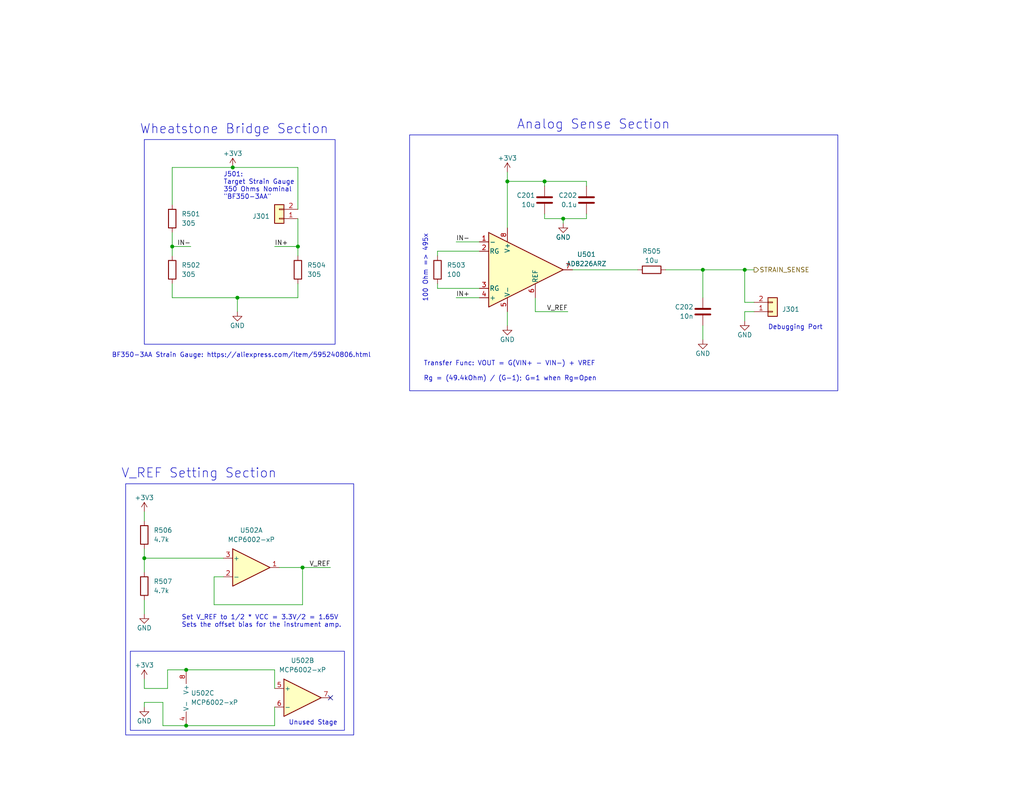
<source format=kicad_sch>
(kicad_sch (version 20230121) (generator eeschema)
  (paper "USLetter")
  (title_block (date "2024-01-01") (rev "Rev1"))
  (lib_symbols
    (symbol "Amplifier_Operational:MCP6002-xP" (pin_names (offset 0.127))
      (property "Reference" "U" (at 0 5.08 0))
      (property "Value" "MCP6002-xP" (at 0 -5.08 0))
      (symbol "MCP6002-xP_1_1"
        (polyline (pts (xy -5.08 5.08) (xy 5.08 0) (xy -5.08 -5.08) (xy -5.08 5.08)) (stroke (width 0.254)) (fill (type background)))
        (pin output line (at 7.62 0 180) (length 2.54) (name "~") (number "1"))
        (pin input line (at -7.62 -2.54 0) (length 2.54) (name "-") (number "2"))
        (pin input line (at -7.62 2.54 0) (length 2.54) (name "+") (number "3"))
      )
      (symbol "MCP6002-xP_2_1"
        (polyline (pts (xy -5.08 5.08) (xy 5.08 0) (xy -5.08 -5.08) (xy -5.08 5.08)) (stroke (width 0.254)) (fill (type background)))
        (pin input line (at -7.62 2.54 0) (length 2.54) (name "+") (number "5"))
        (pin input line (at -7.62 -2.54 0) (length 2.54) (name "-") (number "6"))
        (pin output line (at 7.62 0 180) (length 2.54) (name "~") (number "7"))
      )
      (symbol "MCP6002-xP_3_1"
        (pin power_in line (at -2.54 -7.62 90) (length 3.81) (name "V-") (number "4"))
        (pin power_in line (at -2.54 7.62 270) (length 3.81) (name "V+") (number "8"))
      )
    )
    (symbol "Connector_Generic:Conn_01x02" (pin_names (offset 1.016) hide)
      (property "Reference" "J" (at 0 2.54 0))
      (property "Value" "Conn_01x02" (at 0 -5.08 0))
      (symbol "Conn_01x02_1_1"
        (rectangle (start -1.27 -2.413) (end 0 -2.667) (stroke (width 0.1524)))
        (rectangle (start -1.27 0.127) (end 0 -0.127) (stroke (width 0.1524)))
        (rectangle (start -1.27 1.27) (end 1.27 -3.81) (stroke (width 0.254)) (fill (type background)))
        (pin passive line (at -5.08 0 0) (length 3.81) (name "Pin_1") (number "1"))
        (pin passive line (at -5.08 -2.54 0) (length 3.81) (name "Pin_2") (number "2"))
      )
    )
    (symbol "Device:C" (pin_numbers hide) (pin_names (offset 0.254))
      (property "Reference" "C" (at 0.635 2.54 0))
      (property "Value" "C" (at 0.635 -2.54 0))
      (symbol "C_0_1"
        (polyline (pts (xy -2.032 -0.762) (xy 2.032 -0.762)) (stroke (width 0.508)))
        (polyline (pts (xy -2.032 0.762) (xy 2.032 0.762)) (stroke (width 0.508)))
      )
      (symbol "C_1_1"
        (pin passive line (at 0 3.81 270) (length 2.794) (name "~") (number "1"))
        (pin passive line (at 0 -3.81 90) (length 2.794) (name "~") (number "2"))
      )
    )
    (symbol "Device:R" (pin_numbers hide) (pin_names (offset 0))
      (property "Reference" "R" (at 2.032 0 90))
      (property "Value" "R" (at 0 0 90))
      (symbol "R_0_1"
        (rectangle (start -1.016 -2.54) (end 1.016 2.54) (stroke (width 0.254)))
      )
      (symbol "R_1_1"
        (pin passive line (at 0 3.81 270) (length 1.27) (name "~") (number "1"))
        (pin passive line (at 0 -3.81 90) (length 1.27) (name "~") (number "2"))
      )
    )
    (symbol "PCM_Amplifier_Instrumentation_AKL:AD8226ARZ" (pin_names (offset 0.2))
      (property "Reference" "U" (at 6.35 7.62 0))
      (property "Value" "AD8226ARZ" (at 6.35 5.08 0))
      (symbol "AD8226ARZ_0_1"
        (polyline (pts (xy -8.89 10.16) (xy -8.89 -10.16) (xy 11.43 0) (xy -8.89 10.16)) (stroke (width 0.254)) (fill (type background)))
      )
      (symbol "AD8226ARZ_1_1"
        (pin input line (at -11.43 7.62 0) (length 2.54) (name "-") (number "1"))
        (pin passive line (at -11.43 5.08 0) (length 2.54) (name "RG") (number "2"))
        (pin passive line (at -11.43 -5.08 0) (length 2.54) (name "RG") (number "3"))
        (pin input line (at -11.43 -7.62 0) (length 2.54) (name "+") (number "4"))
        (pin power_in line (at -3.81 -11.43 90) (length 3.81) (name "V-") (number "5"))
        (pin input line (at 3.81 -7.62 90) (length 3.81) (name "REF") (number "6"))
        (pin output line (at 13.97 0 180) (length 2.54) (name "~") (number "7"))
        (pin power_in line (at -3.81 11.43 270) (length 3.81) (name "V+") (number "8"))
      )
    )
    (symbol "power:+3V3" (power) (pin_names (offset 0))
      (property "Value" "+3V3" (at 0 3.556 0))
      (symbol "+3V3_0_1"
        (polyline (pts (xy -0.762 1.27) (xy 0 2.54)))
        (polyline (pts (xy 0 0) (xy 0 2.54)))
        (polyline (pts (xy 0 2.54) (xy 0.762 1.27)))
      )
      (symbol "+3V3_1_1"
        (pin power_in line (at 0 0 90) (length 0) hide (name "+3V3") (number "1"))
      )
    )
    (symbol "power:GND" (power) (pin_names (offset 0))
      (property "Value" "GND" (at 0 -3.81 0))
      (symbol "GND_0_1"
        (polyline (pts (xy 0 0) (xy 0 -1.27) (xy 1.27 -1.27) (xy 0 -2.54) (xy -1.27 -1.27) (xy 0 -1.27)))
      )
      (symbol "GND_1_1"
        (pin power_in line (at 0 0 270) (length 0) hide (name "GND") (number "1"))
      )
    )
  )
  (junction (at 191.77 73.66))
  (junction (at 148.59 49.53))
  (junction (at 153.67 59.69))
  (junction (at 50.8 182.88))
  (junction (at 138.43 49.53))
  (junction (at 39.37 152.4))
  (junction (at 50.8 198.12))
  (junction (at 203.2 73.66))
  (junction (at 81.28 67.31))
  (junction (at 63.5 45.72))
  (junction (at 64.77 81.28))
  (junction (at 82.55 154.94))
  (junction (at 46.99 67.31))
  (no_connect (at 90.17 190.5))
  (wire (pts (xy 46.99 67.31) (xy 46.99 69.85)))
  (wire (pts (xy 60.96 157.48) (xy 58.42 157.48)))
  (wire (pts (xy 124.46 66.04) (xy 130.81 66.04)))
  (wire (pts (xy 153.67 59.69) (xy 153.67 60.96)))
  (wire (pts (xy 191.77 88.9) (xy 191.77 92.71)))
  (wire (pts (xy 81.28 59.69) (xy 81.28 67.31)))
  (wire (pts (xy 46.99 81.28) (xy 64.77 81.28)))
  (wire (pts (xy 81.28 57.15) (xy 81.28 45.72)))
  (wire (pts (xy 148.59 59.69) (xy 148.59 58.42)))
  (wire (pts (xy 119.38 78.74) (xy 130.81 78.74)))
  (wire (pts (xy 58.42 165.1) (xy 82.55 165.1)))
  (wire (pts (xy 52.07 67.31) (xy 46.99 67.31)))
  (wire (pts (xy 138.43 49.53) (xy 138.43 62.23)))
  (wire (pts (xy 148.59 49.53) (xy 160.02 49.53)))
  (wire (pts (xy 205.74 82.55) (xy 203.2 82.55)))
  (wire (pts (xy 160.02 49.53) (xy 160.02 50.8)))
  (wire (pts (xy 58.42 157.48) (xy 58.42 165.1)))
  (wire (pts (xy 50.8 182.88) (xy 74.93 182.88)))
  (wire (pts (xy 64.77 81.28) (xy 64.77 85.09)))
  (wire (pts (xy 81.28 81.28) (xy 81.28 77.47)))
  (wire (pts (xy 74.93 67.31) (xy 81.28 67.31)))
  (wire (pts (xy 45.72 182.88) (xy 50.8 182.88)))
  (wire (pts (xy 156.21 73.66) (xy 173.99 73.66)))
  (wire (pts (xy 39.37 149.86) (xy 39.37 152.4)))
  (wire (pts (xy 203.2 85.09) (xy 205.74 85.09)))
  (wire (pts (xy 46.99 63.5) (xy 46.99 67.31)))
  (wire (pts (xy 39.37 185.42) (xy 39.37 187.96)))
  (wire (pts (xy 82.55 154.94) (xy 82.55 165.1)))
  (wire (pts (xy 44.45 191.77) (xy 44.45 198.12)))
  (wire (pts (xy 138.43 49.53) (xy 148.59 49.53)))
  (wire (pts (xy 138.43 46.99) (xy 138.43 49.53)))
  (wire (pts (xy 74.93 198.12) (xy 50.8 198.12)))
  (wire (pts (xy 148.59 49.53) (xy 148.59 50.8)))
  (wire (pts (xy 81.28 67.31) (xy 81.28 69.85)))
  (wire (pts (xy 191.77 73.66) (xy 191.77 81.28)))
  (wire (pts (xy 44.45 198.12) (xy 50.8 198.12)))
  (wire (pts (xy 154.94 85.09) (xy 146.05 85.09)))
  (wire (pts (xy 39.37 152.4) (xy 39.37 156.21)))
  (wire (pts (xy 46.99 77.47) (xy 46.99 81.28)))
  (wire (pts (xy 124.46 81.28) (xy 130.81 81.28)))
  (wire (pts (xy 153.67 59.69) (xy 148.59 59.69)))
  (wire (pts (xy 203.2 73.66) (xy 205.74 73.66)))
  (wire (pts (xy 146.05 85.09) (xy 146.05 81.28)))
  (wire (pts (xy 90.17 154.94) (xy 82.55 154.94)))
  (wire (pts (xy 39.37 139.7) (xy 39.37 142.24)))
  (wire (pts (xy 76.2 154.94) (xy 82.55 154.94)))
  (wire (pts (xy 46.99 45.72) (xy 46.99 55.88)))
  (wire (pts (xy 63.5 45.72) (xy 81.28 45.72)))
  (wire (pts (xy 203.2 73.66) (xy 203.2 82.55)))
  (wire (pts (xy 138.43 85.09) (xy 138.43 88.9)))
  (wire (pts (xy 39.37 191.77) (xy 44.45 191.77)))
  (wire (pts (xy 119.38 77.47) (xy 119.38 78.74)))
  (wire (pts (xy 160.02 59.69) (xy 153.67 59.69)))
  (wire (pts (xy 45.72 187.96) (xy 45.72 182.88)))
  (wire (pts (xy 119.38 68.58) (xy 130.81 68.58)))
  (wire (pts (xy 160.02 58.42) (xy 160.02 59.69)))
  (wire (pts (xy 39.37 193.04) (xy 39.37 191.77)))
  (wire (pts (xy 39.37 152.4) (xy 60.96 152.4)))
  (wire (pts (xy 74.93 193.04) (xy 74.93 198.12)))
  (wire (pts (xy 119.38 69.85) (xy 119.38 68.58)))
  (wire (pts (xy 64.77 81.28) (xy 81.28 81.28)))
  (wire (pts (xy 191.77 73.66) (xy 203.2 73.66)))
  (wire (pts (xy 181.61 73.66) (xy 191.77 73.66)))
  (wire (pts (xy 39.37 163.83) (xy 39.37 167.64)))
  (wire (pts (xy 46.99 45.72) (xy 63.5 45.72)))
  (wire (pts (xy 39.37 187.96) (xy 45.72 187.96)))
  (wire (pts (xy 203.2 87.63) (xy 203.2 85.09)))
  (wire (pts (xy 74.93 187.96) (xy 74.93 182.88)))
  (rectangle (start 111.76 36.83) (end 228.6 106.68))
  (rectangle (start 39.37 38.1) (end 91.44 93.98))
  (rectangle (start 34.29 132.08) (end 96.52 200.66))
  (rectangle (start 35.56 177.8) (end 93.98 199.39))
  (text "Unused Stage" (at 78.74 198.12 0) (effects (font (size 1.27 1.27)) (justify left bottom)))
  (text "J501:\nTarget Strain Gauge\n350 Ohms Nominal\n\"BF350-3AA\"" (at 60.96 54.61 0) (effects (font (size 1.27 1.27)) (justify left bottom)))
  (text "Debugging Port" (at 209.55 90.17 0) (effects (font (size 1.27 1.27)) (justify left bottom)))
  (text "V_REF Setting Section" (at 33.02 130.81 0) (effects (font (size 2.54 2.54)) (justify left bottom)))
  (text "Transfer Func: VOUT = G(VIN+ − VIN−) + VREF\n\nRg = (49.4kOhm) / (G-1); G=1 when Rg=Open" (at 115.57 104.14 0) (effects (font (size 1.27 1.27)) (justify left bottom)))
  (text "100 Ohm => 495x" (at 116.84 82.55 90) (effects (font (size 1.27 1.27)) (justify left bottom)))
  (text "BF350-3AA Strain Gauge: https://aliexpress.com/item/595240806.html" (at 30.48 97.79 0) (effects (font (size 1.27 1.27)) (justify left bottom)))
  (text "Set V_REF to 1/2 * VCC = 3.3V/2 = 1.65V\nSets the offset bias for the instrument amp." (at 49.53 171.45 0) (effects (font (size 1.27 1.27)) (justify left bottom)))
  (text "Wheatstone Bridge Section" (at 38.1 36.83 0) (effects (font (size 2.54 2.54)) (justify left bottom)))
  (text "Analog Sense Section" (at 140.97 35.56 0) (effects (font (size 2.54 2.54)) (justify left bottom)))
  (label "V_REF" (at 154.94 85.09 180))
  (label "IN+" (at 74.93 67.31 0))
  (label "IN-" (at 124.46 66.04 0))
  (label "IN-" (at 52.07 67.31 180))
  (label "V_REF" (at 90.17 154.94 180))
  (label "IN+" (at 124.46 81.28 0))
  (hierarchical_label "STRAIN_SENSE" (shape output) (at 205.74 73.66 0))
  (symbol (lib_id "Device:R") (at 39.37 160.02 0) (unit 1)
    (property "Reference" "R507" (at 41.91 158.75 0) (effects (justify left)))
    (property "Value" "4.7k" (at 41.91 161.29 0) (effects (justify left)))
    (property "Footprint" "Resistor_SMD:R_1206_3216Metric_Pad1.30x1.75mm_HandSolder" (effects hide))
  )
  (symbol (lib_id "Device:C") (at 160.02 54.61 0) (mirror y) (unit 1)
    (property "Reference" "C202" (at 157.48 53.34 0) (effects (justify left)))
    (property "Value" "0.1u" (at 157.48 55.88 0) (effects (justify left)))
    (property "Footprint" "Capacitor_SMD:C_1206_3216Metric_Pad1.33x1.80mm_HandSolder" (effects hide))
    (instances (project "Tbogg_Sensor_Pkg_PCB" (path "" (reference "C202") (unit 1)) (path "" (reference "C502") (unit 1))) (project "Project-Supernova-PCB" (path "" (reference "C3") (unit 1)) (path "" (reference "C202") (unit 1))))
  )
  (symbol (lib_id "power:GND") (at 191.77 92.71 0) (unit 1)
    (property "Reference" "#PWR0307" (effects hide))
    (property "Value" "GND" (at 191.77 96.52 0))
    (instances (project "Tbogg_Sensor_Pkg_PCB" (path "" (reference "#PWR0307") (unit 1)) (path "" (reference "#PWR0507") (unit 1))) (project "RFM95-Multi-PCB" (path "" (reference "#PWR05") (unit 1))) (project "Project-Supernova-PCB" (path "" (reference "#PWR034") (unit 1)) (path "" (reference "#PWR0310") (unit 1))))
  )
  (symbol (lib_id "Device:C") (at 148.59 54.61 0) (mirror y) (unit 1)
    (property "Reference" "C201" (at 146.05 53.34 0) (effects (justify left)))
    (property "Value" "10u" (at 146.05 55.88 0) (effects (justify left)))
    (property "Footprint" "Capacitor_SMD:C_1206_3216Metric_Pad1.33x1.80mm_HandSolder" (effects hide))
    (instances (project "Tbogg_Sensor_Pkg_PCB" (path "" (reference "C201") (unit 1)) (path "" (reference "C501") (unit 1))) (project "Project-Supernova-PCB" (path "" (reference "C1") (unit 1)) (path "" (reference "C201") (unit 1))))
  )
  (symbol (lib_id "Amplifier_Operational:MCP6002-xP") (at 82.55 190.5 0) (unit 2)
    (property "Reference" "U502" (at 82.55 180.34 0))
    (property "Value" "MCP6002-xP" (at 82.55 182.88 0))
    (property "Footprint" "Package_DIP:DIP-8_W7.62mm_LongPads" (effects hide))
    (property "Datasheet" "http://ww1.microchip.com/downloads/en/DeviceDoc/21733j.pdf" (effects hide))
  )
  (symbol (lib_id "Device:R") (at 81.28 73.66 0) (unit 1)
    (property "Reference" "R504" (at 83.82 72.39 0) (effects (justify left)))
    (property "Value" "305" (at 83.82 74.93 0) (effects (justify left)))
    (property "Footprint" "00 This Project Symbol Lib:InactiveStrainGauge" (effects hide))
  )
  (symbol (lib_id "Amplifier_Operational:MCP6002-xP") (at 68.58 154.94 0) (unit 1)
    (property "Reference" "U502" (at 68.58 144.78 0))
    (property "Value" "MCP6002-xP" (at 68.58 147.32 0))
    (property "Footprint" "Package_DIP:DIP-8_W7.62mm_LongPads" (effects hide))
    (property "Datasheet" "http://ww1.microchip.com/downloads/en/DeviceDoc/21733j.pdf" (effects hide))
  )
  (symbol (lib_id "power:GND") (at 153.67 60.96 0) (unit 1)
    (property "Reference" "#PWR0307" (effects hide))
    (property "Value" "GND" (at 153.67 64.77 0))
    (instances (project "Tbogg_Sensor_Pkg_PCB" (path "" (reference "#PWR0307") (unit 1)) (path "" (reference "#PWR0505") (unit 1))) (project "RFM95-Multi-PCB" (path "" (reference "#PWR05") (unit 1))) (project "Project-Supernova-PCB" (path "" (reference "#PWR034") (unit 1)) (path "" (reference "#PWR0310") (unit 1))))
  )
  (symbol (lib_id "PCM_Amplifier_Instrumentation_AKL:AD8226ARZ") (at 142.24 73.66 0) (unit 1)
    (property "Reference" "U501" (at 160.02 69.4691 0))
    (property "Value" "AD8226ARZ" (at 160.02 72.0091 0))
    (property "Footprint" "Package_SO:SO-8_3.9x4.9mm_P1.27mm" (effects hide))
    (property "Datasheet" "https://www.tme.eu/Document/e238fb4762f370069e5da1a5deadd400/AD8226.pdf" (effects hide))
  )
  (symbol (lib_id "power:+3V3") (at 138.43 46.99 0) (unit 1)
    (property "Reference" "#PWR0304" (effects hide))
    (property "Value" "+3V3" (at 138.43 43.18 0))
    (instances (project "Tbogg_Sensor_Pkg_PCB" (path "" (reference "#PWR0304") (unit 1)) (path "" (reference "#PWR0504") (unit 1))) (project "Project-Supernova-PCB" (path "" (reference "#PWR0102") (unit 1)) (path "" (reference "#PWR0305") (unit 1))))
  )
  (symbol (lib_id "Amplifier_Operational:MCP6002-xP") (at 53.34 190.5 0) (unit 3)
    (property "Reference" "U502" (at 52.07 189.23 0) (effects (justify left)))
    (property "Value" "MCP6002-xP" (at 52.07 191.77 0) (effects (justify left)))
    (property "Footprint" "Package_DIP:DIP-8_W7.62mm_LongPads" (effects hide))
    (property "Datasheet" "http://ww1.microchip.com/downloads/en/DeviceDoc/21733j.pdf" (effects hide))
  )
  (symbol (lib_id "power:GND") (at 39.37 193.04 0) (unit 1)
    (property "Reference" "#PWR0307" (effects hide))
    (property "Value" "GND" (at 39.37 196.85 0))
    (instances (project "Tbogg_Sensor_Pkg_PCB" (path "" (reference "#PWR0307") (unit 1)) (path "" (reference "#PWR0511") (unit 1))) (project "RFM95-Multi-PCB" (path "" (reference "#PWR05") (unit 1))) (project "Project-Supernova-PCB" (path "" (reference "#PWR034") (unit 1)) (path "" (reference "#PWR0310") (unit 1))))
  )
  (symbol (lib_id "Device:C") (at 191.77 85.09 0) (mirror y) (unit 1)
    (property "Reference" "C202" (at 189.23 83.82 0) (effects (justify left)))
    (property "Value" "10n" (at 189.23 86.36 0) (effects (justify left)))
    (property "Footprint" "Capacitor_SMD:C_1206_3216Metric_Pad1.33x1.80mm_HandSolder" (effects hide))
    (instances (project "Tbogg_Sensor_Pkg_PCB" (path "" (reference "C202") (unit 1)) (path "" (reference "C503") (unit 1))) (project "Project-Supernova-PCB" (path "" (reference "C3") (unit 1)) (path "" (reference "C202") (unit 1))))
  )
  (symbol (lib_id "Device:R") (at 119.38 73.66 0) (unit 1)
    (property "Reference" "R503" (at 121.92 72.39 0) (effects (justify left)))
    (property "Value" "100" (at 121.92 74.93 0) (effects (justify left)))
    (property "Footprint" "Resistor_SMD:R_1206_3216Metric_Pad1.30x1.75mm_HandSolder" (effects hide))
  )
  (symbol (lib_id "power:+3V3") (at 63.5 45.72 0) (unit 1)
    (property "Reference" "#PWR0304" (effects hide))
    (property "Value" "+3V3" (at 63.5 41.91 0))
    (instances (project "Tbogg_Sensor_Pkg_PCB" (path "" (reference "#PWR0304") (unit 1)) (path "" (reference "#PWR0502") (unit 1))) (project "Project-Supernova-PCB" (path "" (reference "#PWR0102") (unit 1)) (path "" (reference "#PWR0305") (unit 1))))
  )
  (symbol (lib_id "Device:R") (at 46.99 73.66 0) (unit 1)
    (property "Reference" "R502" (at 49.53 72.39 0) (effects (justify left)))
    (property "Value" "305" (at 49.53 74.93 0) (effects (justify left)))
    (property "Footprint" "00 This Project Symbol Lib:InactiveStrainGauge" (effects hide))
  )
  (symbol (lib_id "power:GND") (at 64.77 85.09 0) (unit 1)
    (property "Reference" "#PWR0307" (effects hide))
    (property "Value" "GND" (at 64.77 88.9 0))
    (instances (project "Tbogg_Sensor_Pkg_PCB" (path "" (reference "#PWR0307") (unit 1)) (path "" (reference "#PWR0503") (unit 1))) (project "RFM95-Multi-PCB" (path "" (reference "#PWR05") (unit 1))) (project "Project-Supernova-PCB" (path "" (reference "#PWR034") (unit 1)) (path "" (reference "#PWR0310") (unit 1))))
  )
  (symbol (lib_id "Connector_Generic:Conn_01x02") (at 210.82 85.09 0) (mirror x) (unit 1)
    (property "Reference" "J301" (at 213.36 84.455 0) (effects (justify left)))
    (property "Value" "Conn_01x02" (effects hide))
    (property "Footprint" "Connector_PinHeader_2.54mm:PinHeader_1x02_P2.54mm_Vertical" (effects hide))
    (instances (project "Tbogg_Sensor_Pkg_PCB" (path "" (reference "J301") (unit 1)) (path "" (reference "J502") (unit 1))) (project "Project-Supernova-PCB" (path "" (reference "J10") (unit 1)) (path "" (reference "J307") (unit 1))))
  )
  (symbol (lib_id "power:GND") (at 138.43 88.9 0) (unit 1)
    (property "Reference" "#PWR0307" (effects hide))
    (property "Value" "GND" (at 138.43 92.71 0))
    (instances (project "Tbogg_Sensor_Pkg_PCB" (path "" (reference "#PWR0307") (unit 1)) (path "" (reference "#PWR0506") (unit 1))) (project "RFM95-Multi-PCB" (path "" (reference "#PWR05") (unit 1))) (project "Project-Supernova-PCB" (path "" (reference "#PWR034") (unit 1)) (path "" (reference "#PWR0310") (unit 1))))
  )
  (symbol (lib_id "Connector_Generic:Conn_01x02") (at 76.2 59.69 180) (unit 1)
    (property "Reference" "J301" (at 73.66 59.055 0) (effects (justify left)))
    (property "Value" "Conn_01x02" (effects hide))
    (property "Footprint" "Connector_PinHeader_2.54mm:PinHeader_1x02_P2.54mm_Vertical" (effects hide))
    (instances (project "Tbogg_Sensor_Pkg_PCB" (path "" (reference "J301") (unit 1)) (path "" (reference "J501") (unit 1))) (project "Project-Supernova-PCB" (path "" (reference "J10") (unit 1)) (path "" (reference "J307") (unit 1))))
  )
  (symbol (lib_id "Device:R") (at 46.99 59.69 0) (unit 1)
    (property "Reference" "R501" (at 49.53 58.42 0) (effects (justify left)))
    (property "Value" "305" (at 49.53 60.96 0) (effects (justify left)))
    (property "Footprint" "00 This Project Symbol Lib:InactiveStrainGauge" (effects hide))
  )
  (symbol (lib_id "Device:R") (at 177.8 73.66 90) (unit 1)
    (property "Reference" "R505" (at 177.8 68.58 90))
    (property "Value" "10u" (at 177.8 71.12 90))
    (property "Footprint" "Resistor_SMD:R_1206_3216Metric_Pad1.30x1.75mm_HandSolder" (effects hide))
  )
  (symbol (lib_id "power:GND") (at 39.37 167.64 0) (unit 1)
    (property "Reference" "#PWR0307" (effects hide))
    (property "Value" "GND" (at 39.37 171.45 0))
    (instances (project "Tbogg_Sensor_Pkg_PCB" (path "" (reference "#PWR0307") (unit 1)) (path "" (reference "#PWR0509") (unit 1))) (project "RFM95-Multi-PCB" (path "" (reference "#PWR05") (unit 1))) (project "Project-Supernova-PCB" (path "" (reference "#PWR034") (unit 1)) (path "" (reference "#PWR0310") (unit 1))))
  )
  (symbol (lib_id "power:+3V3") (at 39.37 139.7 0) (unit 1)
    (property "Reference" "#PWR0304" (effects hide))
    (property "Value" "+3V3" (at 39.37 135.89 0))
    (instances (project "Tbogg_Sensor_Pkg_PCB" (path "" (reference "#PWR0304") (unit 1)) (path "" (reference "#PWR0501") (unit 1))) (project "Project-Supernova-PCB" (path "" (reference "#PWR0102") (unit 1)) (path "" (reference "#PWR0305") (unit 1))))
  )
  (symbol (lib_id "Device:R") (at 39.37 146.05 0) (unit 1)
    (property "Reference" "R506" (at 41.91 144.78 0) (effects (justify left)))
    (property "Value" "4.7k" (at 41.91 147.32 0) (effects (justify left)))
    (property "Footprint" "Resistor_SMD:R_1206_3216Metric_Pad1.30x1.75mm_HandSolder" (effects hide))
  )
  (symbol (lib_id "power:GND") (at 203.2 87.63 0) (unit 1)
    (property "Reference" "#PWR0307" (effects hide))
    (property "Value" "GND" (at 203.2 91.44 0))
    (instances (project "Tbogg_Sensor_Pkg_PCB" (path "" (reference "#PWR0307") (unit 1)) (path "" (reference "#PWR0508") (unit 1))) (project "RFM95-Multi-PCB" (path "" (reference "#PWR05") (unit 1))) (project "Project-Supernova-PCB" (path "" (reference "#PWR034") (unit 1)) (path "" (reference "#PWR0310") (unit 1))))
  )
  (symbol (lib_id "power:+3V3") (at 39.37 185.42 0) (unit 1)
    (property "Reference" "#PWR0304" (effects hide))
    (property "Value" "+3V3" (at 39.37 181.61 0))
    (instances (project "Tbogg_Sensor_Pkg_PCB" (path "" (reference "#PWR0304") (unit 1)) (path "" (reference "#PWR0510") (unit 1))) (project "Project-Supernova-PCB" (path "" (reference "#PWR0102") (unit 1)) (path "" (reference "#PWR0305") (unit 1))))
  )
)
</source>
